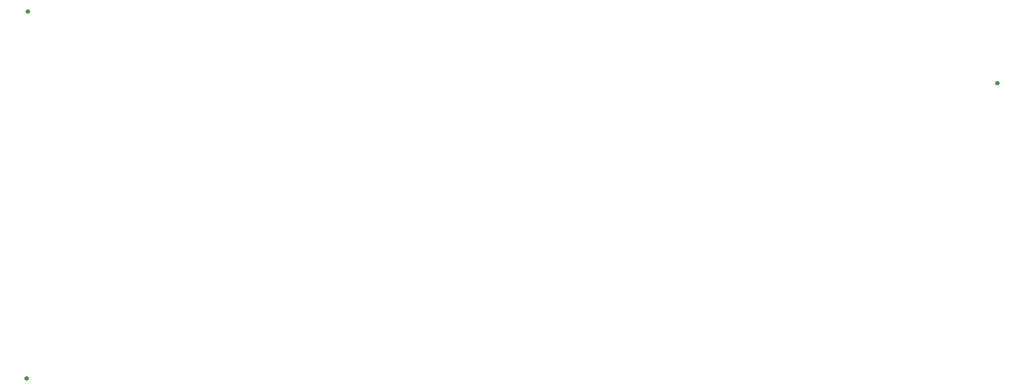
<source format=gbr>
G04 #@! TF.GenerationSoftware,KiCad,Pcbnew,(6.0.11)*
G04 #@! TF.CreationDate,2024-09-08T15:44:03-05:00*
G04 #@! TF.ProjectId,Plate-Base,506c6174-652d-4426-9173-652e6b696361,3.3*
G04 #@! TF.SameCoordinates,Original*
G04 #@! TF.FileFunction,Copper,L2,Bot*
G04 #@! TF.FilePolarity,Positive*
%FSLAX46Y46*%
G04 Gerber Fmt 4.6, Leading zero omitted, Abs format (unit mm)*
G04 Created by KiCad (PCBNEW (6.0.11)) date 2024-09-08 15:44:03*
%MOMM*%
%LPD*%
G01*
G04 APERTURE LIST*
G04 #@! TA.AperFunction,ComponentPad*
%ADD10C,1.524000*%
G04 #@! TD*
G04 APERTURE END LIST*
D10*
X396063453Y-163784200D03*
X63163453Y-139084200D03*
X62763453Y-265384200D03*
M02*

</source>
